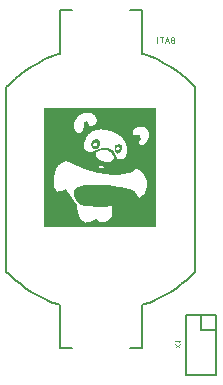
<source format=gbr>
%TF.GenerationSoftware,Altium Limited,Altium Designer,22.11.1 (43)*%
G04 Layer_Color=32896*
%FSLAX45Y45*%
%MOMM*%
%TF.SameCoordinates,68354FB4-E10A-4FE8-B7D5-3B9F33A940C7*%
%TF.FilePolarity,Positive*%
%TF.FileFunction,Legend,Bot*%
%TF.Part,Single*%
G01*
G75*
%TA.AperFunction,NonConductor*%
%ADD48C,0.20000*%
G36*
X1544444Y1300000D02*
X596296D01*
Y2300000D01*
X1544444D01*
Y1300000D01*
D02*
G37*
G36*
X1554514Y2901211D02*
X1554930Y2901142D01*
X1555554Y2900795D01*
X1555831Y2900587D01*
X1556039Y2900379D01*
X1556178Y2900310D01*
X1556247Y2900241D01*
X1566510Y2889909D01*
X1566787Y2889631D01*
X1566926Y2889354D01*
X1567203Y2888730D01*
X1567273Y2888314D01*
Y2888175D01*
Y2888106D01*
X1567134Y2887204D01*
X1566857Y2886580D01*
X1566441Y2886095D01*
X1565955Y2885817D01*
X1565470Y2885609D01*
X1565054Y2885540D01*
X1564776Y2885471D01*
X1564638D01*
X1564291Y2885540D01*
X1563944Y2885609D01*
X1563320Y2885887D01*
X1562974Y2886095D01*
X1562835Y2886233D01*
X1556733Y2892266D01*
Y2851285D01*
X1556594Y2850453D01*
X1556317Y2849829D01*
X1555901Y2849344D01*
X1555415Y2849066D01*
X1554930Y2848858D01*
X1554514Y2848789D01*
X1554236Y2848719D01*
X1554098D01*
X1553196Y2848858D01*
X1552572Y2849136D01*
X1552087Y2849552D01*
X1551809Y2850037D01*
X1551601Y2850453D01*
X1551532Y2850869D01*
X1551463Y2851146D01*
Y2851285D01*
Y2898646D01*
X1551601Y2899547D01*
X1551879Y2900171D01*
X1552295Y2900657D01*
X1552780Y2900934D01*
X1553266Y2901142D01*
X1553682Y2901211D01*
X1553959Y2901281D01*
X1554098D01*
X1554514Y2901211D01*
D02*
G37*
G36*
X1696804Y2901142D02*
X1697428Y2900865D01*
X1697913Y2900449D01*
X1698190Y2899963D01*
X1698398Y2899478D01*
X1698468Y2899062D01*
X1698537Y2898784D01*
Y2898646D01*
Y2851285D01*
X1698398Y2850453D01*
X1698121Y2849829D01*
X1697705Y2849344D01*
X1697220Y2849066D01*
X1696804Y2848858D01*
X1696388Y2848789D01*
X1696110Y2848719D01*
X1682796D01*
X1681618Y2848789D01*
X1680439Y2848927D01*
X1679329Y2849136D01*
X1678289Y2849413D01*
X1676417Y2850176D01*
X1675516Y2850592D01*
X1674753Y2851008D01*
X1674059Y2851424D01*
X1673435Y2851840D01*
X1672881Y2852256D01*
X1672465Y2852603D01*
X1672118Y2852880D01*
X1671840Y2853088D01*
X1671702Y2853227D01*
X1671632Y2853296D01*
X1670800Y2854197D01*
X1670107Y2855099D01*
X1669483Y2856070D01*
X1668928Y2856971D01*
X1668512Y2857942D01*
X1668096Y2858843D01*
X1667541Y2860646D01*
X1667403Y2861409D01*
X1667264Y2862172D01*
X1667125Y2862796D01*
X1667056Y2863351D01*
X1666987Y2863836D01*
Y2864183D01*
Y2864391D01*
Y2864460D01*
X1667056Y2866055D01*
X1667333Y2867580D01*
X1667680Y2869037D01*
X1668165Y2870354D01*
X1668720Y2871533D01*
X1669344Y2872642D01*
X1670038Y2873683D01*
X1670731Y2874515D01*
X1671494Y2875347D01*
X1672118Y2876040D01*
X1672811Y2876595D01*
X1673366Y2877080D01*
X1673851Y2877427D01*
X1674198Y2877704D01*
X1674475Y2877843D01*
X1674545Y2877912D01*
X1673643Y2878675D01*
X1672950Y2879438D01*
X1672256Y2880270D01*
X1671702Y2881172D01*
X1671216Y2882004D01*
X1670800Y2882836D01*
X1670523Y2883668D01*
X1670246Y2884500D01*
X1670038Y2885193D01*
X1669899Y2885887D01*
X1669760Y2886511D01*
X1669691Y2887066D01*
X1669622Y2887482D01*
Y2887828D01*
Y2888036D01*
Y2888106D01*
X1669691Y2889146D01*
X1669760Y2890117D01*
X1670246Y2891920D01*
X1670800Y2893514D01*
X1671494Y2894901D01*
X1671910Y2895456D01*
X1672256Y2895941D01*
X1672534Y2896427D01*
X1672811Y2896773D01*
X1673089Y2897051D01*
X1673297Y2897328D01*
X1673366Y2897398D01*
X1673435Y2897467D01*
X1674198Y2898160D01*
X1674961Y2898715D01*
X1675724Y2899270D01*
X1676486Y2899686D01*
X1678081Y2900379D01*
X1679537Y2900795D01*
X1680855Y2901073D01*
X1681410Y2901142D01*
X1681895Y2901211D01*
X1682242Y2901281D01*
X1695971D01*
X1696804Y2901142D01*
D02*
G37*
G36*
X1638834Y2901211D02*
X1639388Y2900934D01*
X1639804Y2900587D01*
X1640151Y2900241D01*
X1640429Y2899825D01*
X1640637Y2899478D01*
X1640706Y2899200D01*
X1640775Y2899131D01*
X1656447Y2852117D01*
X1656585Y2851562D01*
Y2851354D01*
Y2851285D01*
X1656447Y2850453D01*
X1656169Y2849829D01*
X1655753Y2849344D01*
X1655268Y2849066D01*
X1654782Y2848858D01*
X1654366Y2848789D01*
X1654089Y2848719D01*
X1653950D01*
X1653257Y2848789D01*
X1652771Y2848997D01*
X1652286Y2849274D01*
X1651939Y2849621D01*
X1651731Y2849898D01*
X1651593Y2850176D01*
X1651454Y2850384D01*
Y2850453D01*
X1647640Y2861825D01*
X1628710D01*
X1624896Y2850453D01*
X1624619Y2849898D01*
X1624272Y2849482D01*
X1623856Y2849136D01*
X1623440Y2848927D01*
X1623024Y2848789D01*
X1622677Y2848719D01*
X1622400D01*
X1621498Y2848858D01*
X1620874Y2849136D01*
X1620389Y2849552D01*
X1620111Y2850037D01*
X1619903Y2850453D01*
X1619834Y2850869D01*
X1619765Y2851146D01*
Y2851285D01*
Y2851632D01*
X1619834Y2851909D01*
X1619903Y2852048D01*
Y2852117D01*
X1635575Y2899200D01*
X1635852Y2899894D01*
X1636268Y2900379D01*
X1636684Y2900795D01*
X1637100Y2901003D01*
X1637516Y2901142D01*
X1637863Y2901281D01*
X1638140D01*
X1638834Y2901211D01*
D02*
G37*
G36*
X1607560Y2901142D02*
X1608184Y2900865D01*
X1608670Y2900449D01*
X1608947Y2899963D01*
X1609155Y2899478D01*
X1609225Y2899062D01*
X1609294Y2898784D01*
Y2898646D01*
X1609155Y2897744D01*
X1608878Y2897120D01*
X1608462Y2896635D01*
X1607976Y2896357D01*
X1607491Y2896149D01*
X1607075Y2896080D01*
X1606798Y2896011D01*
X1596119D01*
Y2851285D01*
X1595980Y2850453D01*
X1595703Y2849829D01*
X1595287Y2849344D01*
X1594801Y2849066D01*
X1594316Y2848858D01*
X1593900Y2848789D01*
X1593623Y2848719D01*
X1593484D01*
X1592583Y2848858D01*
X1591958Y2849136D01*
X1591473Y2849552D01*
X1591196Y2850037D01*
X1590988Y2850453D01*
X1590918Y2850869D01*
X1590849Y2851146D01*
Y2851285D01*
Y2896011D01*
X1580378D01*
X1579477Y2896149D01*
X1578853Y2896427D01*
X1578367Y2896843D01*
X1578090Y2897328D01*
X1577882Y2897814D01*
X1577813Y2898230D01*
X1577743Y2898507D01*
Y2898646D01*
X1577882Y2899547D01*
X1578159Y2900171D01*
X1578575Y2900657D01*
X1579061Y2900934D01*
X1579546Y2901142D01*
X1579962Y2901211D01*
X1580240Y2901281D01*
X1606659D01*
X1607560Y2901142D01*
D02*
G37*
G36*
X1749547Y331412D02*
X1750171Y331134D01*
X1750657Y330718D01*
X1750934Y330233D01*
X1751142Y329748D01*
X1751211Y329332D01*
X1751281Y329054D01*
Y328916D01*
X1751211Y328499D01*
X1751142Y328083D01*
X1750795Y327459D01*
X1750587Y327182D01*
X1750379Y326974D01*
X1750310Y326835D01*
X1750241Y326766D01*
X1739909Y316503D01*
X1739631Y316226D01*
X1739354Y316087D01*
X1738730Y315810D01*
X1738314Y315741D01*
X1738175D01*
X1738106D01*
X1737204Y315879D01*
X1736580Y316157D01*
X1736095Y316573D01*
X1735817Y317058D01*
X1735609Y317543D01*
X1735540Y317959D01*
X1735471Y318237D01*
Y318376D01*
X1735540Y318722D01*
X1735609Y319069D01*
X1735887Y319693D01*
X1736095Y320040D01*
X1736234Y320178D01*
X1742266Y326281D01*
X1701285D01*
X1700453Y326419D01*
X1699829Y326697D01*
X1699344Y327113D01*
X1699066Y327598D01*
X1698858Y328083D01*
X1698789Y328499D01*
X1698719Y328777D01*
Y328916D01*
X1698858Y329817D01*
X1699136Y330441D01*
X1699552Y330926D01*
X1700037Y331204D01*
X1700453Y331412D01*
X1700869Y331481D01*
X1701146Y331551D01*
X1701285D01*
X1748646D01*
X1749547Y331412D01*
D02*
G37*
G36*
Y305131D02*
X1750171Y304854D01*
X1750657Y304438D01*
X1750934Y303952D01*
X1751142Y303467D01*
X1751211Y303051D01*
X1751281Y302774D01*
Y302635D01*
X1751211Y302150D01*
X1751073Y301664D01*
X1750726Y300971D01*
X1750449Y300763D01*
X1750310Y300555D01*
X1750171Y300485D01*
X1750102Y300416D01*
X1729715Y286894D01*
X1750102Y273303D01*
X1750518Y272957D01*
X1750795Y272610D01*
X1751003Y272263D01*
X1751142Y271916D01*
X1751211Y271570D01*
X1751281Y271292D01*
Y271084D01*
X1751142Y270183D01*
X1750865Y269559D01*
X1750449Y269073D01*
X1749963Y268796D01*
X1749478Y268588D01*
X1749062Y268519D01*
X1748784Y268449D01*
X1748646D01*
X1748091Y268519D01*
X1747606Y268727D01*
X1747259Y268865D01*
X1747120Y268935D01*
X1725000Y283705D01*
X1702811Y268935D01*
X1702256Y268657D01*
X1701771Y268519D01*
X1701424Y268449D01*
X1701354D01*
X1701285D01*
X1700453Y268588D01*
X1699829Y268865D01*
X1699344Y269281D01*
X1699066Y269767D01*
X1698858Y270252D01*
X1698789Y270668D01*
X1698719Y270946D01*
Y271084D01*
X1698789Y271570D01*
X1698928Y272055D01*
X1699274Y272749D01*
X1699482Y272957D01*
X1699690Y273165D01*
X1699760Y273303D01*
X1699829D01*
X1720216Y286894D01*
X1699829Y300416D01*
X1699482Y300763D01*
X1699205Y301109D01*
X1698997Y301456D01*
X1698858Y301803D01*
X1698789Y302150D01*
X1698719Y302427D01*
Y302635D01*
X1698858Y303536D01*
X1699136Y304160D01*
X1699552Y304646D01*
X1700037Y304923D01*
X1700453Y305131D01*
X1700869Y305201D01*
X1701146Y305270D01*
X1701285D01*
X1701909Y305201D01*
X1702395Y305062D01*
X1702672Y304923D01*
X1702811Y304854D01*
X1725000Y290084D01*
X1747120Y304854D01*
X1747675Y305131D01*
X1748160Y305201D01*
X1748507Y305270D01*
X1748576D01*
X1748646D01*
X1749547Y305131D01*
D02*
G37*
%LPC*%
G36*
X976543Y2265432D02*
X944444D01*
Y2262963D01*
X934568D01*
Y2260494D01*
X927160D01*
Y2258025D01*
X919753D01*
Y2255556D01*
X914815D01*
Y2253086D01*
X907407D01*
Y2250617D01*
X904938D01*
Y2248148D01*
X902469D01*
Y2245679D01*
X895062D01*
Y2243210D01*
X892593D01*
Y2240741D01*
X890123D01*
Y2238272D01*
X887654D01*
Y2235802D01*
X882716D01*
Y2233333D01*
X880247D01*
Y2228395D01*
X875309D01*
Y2223457D01*
X872840D01*
Y2220988D01*
X870370D01*
Y2216049D01*
X867901D01*
Y2213580D01*
X865432D01*
Y2211111D01*
X862963D01*
Y2203704D01*
X860494D01*
Y2201235D01*
X858025D01*
Y2193827D01*
X855556D01*
Y2188889D01*
X853086D01*
Y2183951D01*
X850617D01*
Y2171605D01*
X848148D01*
Y2161728D01*
X845679D01*
Y2144445D01*
X848148D01*
Y2137037D01*
X850617D01*
Y2124691D01*
X853086D01*
Y2122222D01*
X855556D01*
Y2117284D01*
X858025D01*
Y2112346D01*
X860494D01*
Y2109876D01*
X862963D01*
Y2104938D01*
X865432D01*
Y2102469D01*
X867901D01*
Y2100000D01*
X872840D01*
Y2097531D01*
X875309D01*
Y2095062D01*
X877778D01*
Y2092592D01*
X904938D01*
Y2095062D01*
X907407D01*
Y2097531D01*
X909877D01*
Y2100000D01*
X912346D01*
Y2102469D01*
X914815D01*
Y2104938D01*
X917284D01*
Y2109876D01*
X919753D01*
Y2114815D01*
X922222D01*
Y2127160D01*
X924691D01*
Y2134568D01*
X927160D01*
Y2161728D01*
X929630D01*
Y2169136D01*
X932099D01*
Y2174074D01*
X934568D01*
Y2181482D01*
X937037D01*
Y2183951D01*
X939506D01*
Y2186420D01*
X941975D01*
Y2188889D01*
X944444D01*
Y2191358D01*
X946914D01*
Y2193827D01*
X956790D01*
Y2188889D01*
X959259D01*
Y2186420D01*
X961728D01*
Y2181482D01*
X964197D01*
Y2171605D01*
X966667D01*
Y2169136D01*
X969136D01*
Y2164198D01*
X971605D01*
Y2159259D01*
X974074D01*
Y2156790D01*
X976543D01*
Y2154321D01*
X981481D01*
Y2151852D01*
X1006173D01*
Y2154321D01*
X1011111D01*
Y2156790D01*
X1016049D01*
Y2159259D01*
X1023457D01*
Y2161728D01*
X1025926D01*
Y2164198D01*
X1028395D01*
Y2166667D01*
X1030864D01*
Y2169136D01*
X1033333D01*
Y2174074D01*
X1035802D01*
Y2181482D01*
X1038271D01*
Y2183951D01*
X1040741D01*
Y2203704D01*
X1038271D01*
Y2211111D01*
X1035802D01*
Y2220988D01*
X1033333D01*
Y2223457D01*
X1030864D01*
Y2225926D01*
X1028395D01*
Y2233333D01*
X1025926D01*
Y2235802D01*
X1023457D01*
Y2238272D01*
X1020988D01*
Y2240741D01*
X1018518D01*
Y2243210D01*
X1016049D01*
Y2245679D01*
X1013580D01*
Y2248148D01*
X1011111D01*
Y2250617D01*
X1008642D01*
Y2253086D01*
X1003704D01*
Y2255556D01*
X998765D01*
Y2258025D01*
X993827D01*
Y2260494D01*
X988889D01*
Y2262963D01*
X976543D01*
Y2265432D01*
D02*
G37*
G36*
X1418518Y2146914D02*
X1406173D01*
Y2144445D01*
X1391358D01*
Y2141975D01*
X1383950D01*
Y2139506D01*
X1376543D01*
Y2137037D01*
X1374074D01*
Y2134568D01*
X1369136D01*
Y2132099D01*
X1366667D01*
Y2129629D01*
X1361728D01*
Y2127160D01*
X1359259D01*
Y2124691D01*
X1356790D01*
Y2122222D01*
X1354321D01*
Y2119753D01*
X1351852D01*
Y2117284D01*
X1349383D01*
Y2112346D01*
X1346913D01*
Y2109876D01*
X1344444D01*
Y2102469D01*
X1341975D01*
Y2090123D01*
X1344444D01*
Y2082716D01*
X1346913D01*
Y2080247D01*
X1349383D01*
Y2075309D01*
X1401234D01*
Y2070370D01*
X1403704D01*
Y2062963D01*
X1406173D01*
Y2060494D01*
X1408642D01*
Y2053086D01*
X1411111D01*
Y2048148D01*
X1413580D01*
Y2038272D01*
X1411111D01*
Y2035802D01*
X1408642D01*
Y2033333D01*
X1406173D01*
Y2030864D01*
X1403704D01*
Y2025926D01*
X1401234D01*
Y2023457D01*
X1398765D01*
Y2020988D01*
X1396296D01*
Y2016049D01*
X1393827D01*
Y2011111D01*
X1396296D01*
Y2006173D01*
X1398765D01*
Y2001235D01*
X1401234D01*
Y1998765D01*
X1403704D01*
Y1996296D01*
X1406173D01*
Y1993827D01*
X1408642D01*
Y1991358D01*
X1418518D01*
Y1988889D01*
X1428395D01*
Y1991358D01*
X1438272D01*
Y1993827D01*
X1440741D01*
Y1996296D01*
X1443210D01*
Y1998765D01*
X1448148D01*
Y2001235D01*
X1450617D01*
Y2003704D01*
X1453087D01*
Y2006173D01*
X1455556D01*
Y2011111D01*
X1458025D01*
Y2013580D01*
X1460494D01*
Y2018518D01*
X1462963D01*
Y2020988D01*
X1465432D01*
Y2025926D01*
X1467901D01*
Y2033333D01*
X1470370D01*
Y2035802D01*
X1472840D01*
Y2045679D01*
X1475309D01*
Y2053086D01*
X1477778D01*
Y2097531D01*
X1475309D01*
Y2104938D01*
X1472840D01*
Y2109876D01*
X1470370D01*
Y2114815D01*
X1467901D01*
Y2119753D01*
X1465432D01*
Y2122222D01*
X1462963D01*
Y2124691D01*
X1460494D01*
Y2127160D01*
X1458025D01*
Y2129629D01*
X1455556D01*
Y2132099D01*
X1453087D01*
Y2134568D01*
X1448148D01*
Y2137037D01*
X1445679D01*
Y2139506D01*
X1440741D01*
Y2141975D01*
X1433333D01*
Y2144445D01*
X1418518D01*
Y2146914D01*
D02*
G37*
G36*
X1085185Y2122222D02*
X1065432D01*
Y2119753D01*
X1050617D01*
Y2117284D01*
X1035802D01*
Y2114815D01*
X1023457D01*
Y2112346D01*
X1018518D01*
Y2109876D01*
X1008642D01*
Y2107407D01*
X1006173D01*
Y2104938D01*
X998765D01*
Y2102469D01*
X996296D01*
Y2100000D01*
X993827D01*
Y2097531D01*
X988889D01*
Y2095062D01*
X986420D01*
Y2092592D01*
X981481D01*
Y2087654D01*
X976543D01*
Y2085185D01*
X974074D01*
Y2082716D01*
X971605D01*
Y2080247D01*
X969136D01*
Y2075309D01*
X966667D01*
Y2072839D01*
X964197D01*
Y2070370D01*
X961728D01*
Y2065432D01*
X959259D01*
Y2062963D01*
X956790D01*
Y2058025D01*
X954321D01*
Y2055555D01*
X951852D01*
Y2050617D01*
X949383D01*
Y2045679D01*
X946914D01*
Y2038272D01*
X944444D01*
Y2035802D01*
X941975D01*
Y2030864D01*
X939506D01*
Y2018518D01*
X937037D01*
Y2013580D01*
X934568D01*
Y1988889D01*
X932099D01*
Y1986420D01*
X934568D01*
Y1956790D01*
X937037D01*
Y1954321D01*
X939506D01*
Y1949383D01*
X941975D01*
Y1946914D01*
X944444D01*
Y1944444D01*
X946914D01*
Y1941975D01*
X949383D01*
Y1939506D01*
X956790D01*
Y1937037D01*
X961728D01*
Y1934568D01*
X969136D01*
Y1932099D01*
X993827D01*
Y1934568D01*
X1003704D01*
Y1937037D01*
X1008642D01*
Y1939506D01*
X1020988D01*
Y1941975D01*
X1025926D01*
Y1944444D01*
X1033333D01*
Y1946914D01*
X1040741D01*
Y1949383D01*
X1045679D01*
Y1951852D01*
X1053086D01*
Y1954321D01*
X1058025D01*
Y1956790D01*
X1067901D01*
Y1959259D01*
X1072839D01*
Y1961728D01*
X1087654D01*
Y1964197D01*
X1095062D01*
Y1966667D01*
X1109877D01*
Y1969136D01*
X1112346D01*
Y1966667D01*
X1114815D01*
Y1969136D01*
X1117284D01*
Y1966667D01*
X1129630D01*
Y1964197D01*
X1137037D01*
Y1961728D01*
X1146914D01*
Y1959259D01*
X1151852D01*
Y1956790D01*
X1156790D01*
Y1954321D01*
X1159259D01*
Y1951852D01*
X1164198D01*
Y1949383D01*
X1166667D01*
Y1946914D01*
X1169136D01*
Y1944444D01*
X1174074D01*
Y1941975D01*
X1176543D01*
Y1939506D01*
X1179012D01*
Y1937037D01*
X1181482D01*
Y1934568D01*
X1183951D01*
Y1932099D01*
X1186420D01*
Y1929630D01*
X1188889D01*
Y1922222D01*
X1191358D01*
Y1919753D01*
X1193827D01*
Y1907407D01*
X1196296D01*
Y1902469D01*
X1198765D01*
Y1897531D01*
X1201235D01*
Y1892593D01*
X1203704D01*
Y1887654D01*
X1206173D01*
Y1885185D01*
X1208642D01*
Y1880247D01*
X1211111D01*
Y1877778D01*
X1213580D01*
Y1875309D01*
X1216049D01*
Y1872840D01*
X1220988D01*
Y1870370D01*
X1223457D01*
Y1867901D01*
X1258025D01*
Y1870370D01*
X1260494D01*
Y1872840D01*
X1265432D01*
Y1875309D01*
X1267901D01*
Y1877778D01*
X1270370D01*
Y1880247D01*
X1272839D01*
Y1882716D01*
X1275309D01*
Y1885185D01*
X1277778D01*
Y1887654D01*
X1280247D01*
Y1890123D01*
X1282716D01*
Y1895062D01*
X1285185D01*
Y1897531D01*
X1287654D01*
Y1902469D01*
X1290123D01*
Y1912346D01*
X1292593D01*
Y1914815D01*
X1295062D01*
Y1937037D01*
X1297531D01*
Y1954321D01*
X1295062D01*
Y1979012D01*
X1292593D01*
Y1983951D01*
X1290123D01*
Y1993827D01*
X1287654D01*
Y1998765D01*
X1285185D01*
Y2003704D01*
X1282716D01*
Y2011111D01*
X1280247D01*
Y2013580D01*
X1277778D01*
Y2020988D01*
X1275309D01*
Y2023457D01*
X1272839D01*
Y2028395D01*
X1270370D01*
Y2033333D01*
X1267901D01*
Y2035802D01*
X1265432D01*
Y2038272D01*
X1262963D01*
Y2040741D01*
X1260494D01*
Y2045679D01*
X1258025D01*
Y2048148D01*
X1255556D01*
Y2050617D01*
X1253086D01*
Y2053086D01*
X1250617D01*
Y2055555D01*
X1248148D01*
Y2058025D01*
X1243210D01*
Y2060494D01*
X1240741D01*
Y2062963D01*
X1238272D01*
Y2065432D01*
X1235802D01*
Y2067901D01*
X1233333D01*
Y2070370D01*
X1228395D01*
Y2072839D01*
X1223457D01*
Y2075309D01*
X1220988D01*
Y2077778D01*
X1216049D01*
Y2080247D01*
X1211111D01*
Y2082716D01*
X1208642D01*
Y2085185D01*
X1203704D01*
Y2087654D01*
X1198765D01*
Y2090123D01*
X1196296D01*
Y2092592D01*
X1186420D01*
Y2095062D01*
X1183951D01*
Y2097531D01*
X1179012D01*
Y2100000D01*
X1169136D01*
Y2102469D01*
X1166667D01*
Y2104938D01*
X1156790D01*
Y2107407D01*
X1149383D01*
Y2109876D01*
X1139506D01*
Y2112346D01*
X1132099D01*
Y2114815D01*
X1117284D01*
Y2117284D01*
X1100000D01*
Y2119753D01*
X1085185D01*
Y2122222D01*
D02*
G37*
G36*
X1112346Y1949383D02*
X1082716D01*
Y1946914D01*
X1072839D01*
Y1944444D01*
X1062963D01*
Y1941975D01*
X1058025D01*
Y1939506D01*
X1048148D01*
Y1937037D01*
X1045679D01*
Y1934568D01*
X1040741D01*
Y1929630D01*
X1038271D01*
Y1927160D01*
X1035802D01*
Y1892593D01*
X1038271D01*
Y1887654D01*
X1040741D01*
Y1882716D01*
X1043210D01*
Y1880247D01*
X1045679D01*
Y1877778D01*
X1048148D01*
Y1875309D01*
X1050617D01*
Y1872840D01*
X1053086D01*
Y1870370D01*
X1055555D01*
Y1867901D01*
X1060494D01*
Y1865432D01*
X1065432D01*
Y1862963D01*
X1070370D01*
Y1860494D01*
X1075308D01*
Y1858025D01*
X1082716D01*
Y1855556D01*
X1092592D01*
Y1853086D01*
X1100000D01*
Y1850617D01*
X1156790D01*
Y1853086D01*
X1159259D01*
Y1855556D01*
X1166667D01*
Y1858025D01*
X1171605D01*
Y1860494D01*
X1174074D01*
Y1862963D01*
X1176543D01*
Y1865432D01*
X1179012D01*
Y1870370D01*
X1181482D01*
Y1877778D01*
X1183951D01*
Y1885185D01*
X1181482D01*
Y1897531D01*
X1179012D01*
Y1902469D01*
X1176543D01*
Y1907407D01*
X1174074D01*
Y1909877D01*
X1171605D01*
Y1914815D01*
X1169136D01*
Y1917284D01*
X1166667D01*
Y1919753D01*
X1164198D01*
Y1922222D01*
X1161728D01*
Y1924691D01*
X1159259D01*
Y1927160D01*
X1156790D01*
Y1929630D01*
X1154321D01*
Y1932099D01*
X1149383D01*
Y1934568D01*
X1146914D01*
Y1937037D01*
X1141975D01*
Y1939506D01*
X1134568D01*
Y1941975D01*
X1132099D01*
Y1944444D01*
X1119753D01*
Y1946914D01*
X1112346D01*
Y1949383D01*
D02*
G37*
G36*
X1082716Y1813580D02*
X1067901D01*
Y1811111D01*
X1065432D01*
Y1808642D01*
X1060494D01*
Y1806173D01*
X1058025D01*
Y1801235D01*
X1060494D01*
Y1798765D01*
X1080247D01*
Y1796296D01*
X1100000D01*
Y1803704D01*
X1095062D01*
Y1806173D01*
X1092592D01*
Y1808642D01*
X1087654D01*
Y1811111D01*
X1082716D01*
Y1813580D01*
D02*
G37*
G36*
X786420Y1855556D02*
X779012D01*
Y1853086D01*
X774074D01*
Y1850617D01*
X766667D01*
Y1848148D01*
X764198D01*
Y1845679D01*
X759259D01*
Y1843210D01*
X754321D01*
Y1840741D01*
X749383D01*
Y1838272D01*
X744444D01*
Y1835803D01*
X739506D01*
Y1833333D01*
X734568D01*
Y1830864D01*
X732099D01*
Y1828395D01*
X727160D01*
Y1825926D01*
X724691D01*
Y1823457D01*
X722222D01*
Y1820988D01*
X717284D01*
Y1818519D01*
X714815D01*
Y1816049D01*
X712346D01*
Y1813580D01*
X709876D01*
Y1808642D01*
X707407D01*
Y1806173D01*
X704938D01*
Y1803704D01*
X702469D01*
Y1796296D01*
X700000D01*
Y1793827D01*
X697531D01*
Y1786420D01*
X695062D01*
Y1781481D01*
X692592D01*
Y1776543D01*
X690123D01*
Y1766667D01*
X687654D01*
Y1759259D01*
X685185D01*
Y1746913D01*
X682716D01*
Y1739506D01*
X680247D01*
Y1704938D01*
X677778D01*
Y1653086D01*
X680247D01*
Y1628395D01*
X682716D01*
Y1623457D01*
X685185D01*
Y1616049D01*
X687654D01*
Y1613580D01*
X690123D01*
Y1611111D01*
X692592D01*
Y1608642D01*
X695062D01*
Y1606173D01*
X697531D01*
Y1601235D01*
X702469D01*
Y1596296D01*
X704938D01*
Y1593827D01*
X709876D01*
Y1596296D01*
X712346D01*
Y1598765D01*
X714815D01*
Y1601235D01*
X722222D01*
Y1598765D01*
X729629D01*
Y1601235D01*
X746913D01*
Y1598765D01*
X749383D01*
Y1596296D01*
X756790D01*
Y1601235D01*
X754321D01*
Y1606173D01*
X756790D01*
Y1608642D01*
X761728D01*
Y1611111D01*
X769136D01*
Y1613580D01*
X779012D01*
Y1611111D01*
X781482D01*
Y1606173D01*
X783951D01*
Y1601235D01*
X786420D01*
Y1598765D01*
X788889D01*
Y1596296D01*
X791358D01*
Y1591358D01*
X793827D01*
Y1588889D01*
X796296D01*
Y1583951D01*
X798765D01*
Y1581481D01*
X801235D01*
Y1576543D01*
X803704D01*
Y1574074D01*
X806173D01*
Y1571605D01*
X808642D01*
Y1569136D01*
X811111D01*
Y1564198D01*
X813580D01*
Y1561728D01*
X816049D01*
Y1556790D01*
X818519D01*
Y1554321D01*
X820988D01*
Y1551852D01*
X823457D01*
Y1546914D01*
X825926D01*
Y1544444D01*
X828395D01*
Y1541975D01*
X830864D01*
Y1537037D01*
X833333D01*
Y1534568D01*
X835802D01*
Y1532099D01*
X838272D01*
Y1527161D01*
X840741D01*
Y1524691D01*
X843210D01*
Y1522222D01*
X845679D01*
Y1517284D01*
X848148D01*
Y1514815D01*
X850617D01*
Y1509877D01*
X853086D01*
Y1507407D01*
X855556D01*
Y1504938D01*
X858025D01*
Y1500000D01*
X860494D01*
Y1497531D01*
X862963D01*
Y1490124D01*
X865432D01*
Y1487654D01*
X867901D01*
Y1482716D01*
X870370D01*
Y1475309D01*
X872840D01*
Y1470370D01*
X875309D01*
Y1443210D01*
X877778D01*
Y1433333D01*
X880247D01*
Y1416049D01*
X882716D01*
Y1406173D01*
X885185D01*
Y1401234D01*
X887654D01*
Y1391358D01*
X890123D01*
Y1386420D01*
X892593D01*
Y1379012D01*
X895062D01*
Y1376543D01*
X897531D01*
Y1369136D01*
X900000D01*
Y1366667D01*
X902469D01*
Y1364197D01*
X904938D01*
Y1359259D01*
X907407D01*
Y1356790D01*
X909877D01*
Y1354321D01*
X912346D01*
Y1351852D01*
X917284D01*
Y1349383D01*
X919753D01*
Y1346913D01*
X924691D01*
Y1344444D01*
X927160D01*
Y1341975D01*
X932099D01*
Y1339506D01*
X934568D01*
Y1337037D01*
X937037D01*
Y1334568D01*
X939506D01*
Y1332099D01*
X941975D01*
Y1329630D01*
X946914D01*
Y1332099D01*
X949383D01*
Y1334568D01*
X959259D01*
Y1337037D01*
X983951D01*
Y1334568D01*
X991358D01*
Y1339506D01*
X993827D01*
Y1346913D01*
X998765D01*
Y1349383D01*
X1003704D01*
Y1351852D01*
X1008642D01*
Y1354321D01*
X1016049D01*
Y1356790D01*
X1018518D01*
Y1359259D01*
X1025926D01*
Y1361728D01*
X1030864D01*
Y1364197D01*
X1038271D01*
Y1361728D01*
X1040741D01*
Y1359259D01*
X1043210D01*
Y1356790D01*
X1045679D01*
Y1354321D01*
X1048148D01*
Y1351852D01*
X1050617D01*
Y1349383D01*
X1053086D01*
Y1346913D01*
X1055555D01*
Y1341975D01*
X1058025D01*
Y1337037D01*
X1097531D01*
Y1334568D01*
X1104938D01*
Y1332099D01*
X1107407D01*
Y1329630D01*
X1109877D01*
Y1332099D01*
X1112346D01*
Y1337037D01*
X1114815D01*
Y1339506D01*
X1117284D01*
Y1341975D01*
X1119753D01*
Y1344444D01*
X1124691D01*
Y1346913D01*
X1129630D01*
Y1349383D01*
X1132099D01*
Y1351852D01*
X1137037D01*
Y1354321D01*
X1141975D01*
Y1356790D01*
X1144444D01*
Y1359259D01*
X1146914D01*
Y1361728D01*
X1149383D01*
Y1364197D01*
X1151852D01*
Y1366667D01*
X1154321D01*
Y1369136D01*
X1156790D01*
Y1371605D01*
X1159259D01*
Y1376543D01*
X1161728D01*
Y1379012D01*
X1164198D01*
Y1388889D01*
X1166667D01*
Y1393827D01*
X1169136D01*
Y1401234D01*
X1171605D01*
Y1467901D01*
X1169136D01*
Y1470370D01*
X1137037D01*
Y1467901D01*
X1117284D01*
Y1465432D01*
X1020988D01*
Y1467901D01*
X1006173D01*
Y1470370D01*
X974074D01*
Y1472840D01*
X959259D01*
Y1475309D01*
X951852D01*
Y1477778D01*
X924691D01*
Y1480247D01*
X917284D01*
Y1482716D01*
X904938D01*
Y1485185D01*
X897531D01*
Y1487654D01*
X895062D01*
Y1490124D01*
X890123D01*
Y1492593D01*
X887654D01*
Y1495062D01*
X885185D01*
Y1497531D01*
X882716D01*
Y1500000D01*
X880247D01*
Y1502469D01*
X877778D01*
Y1504938D01*
X875309D01*
Y1509877D01*
X872840D01*
Y1512346D01*
X870370D01*
Y1514815D01*
X867901D01*
Y1519753D01*
X865432D01*
Y1522222D01*
X862963D01*
Y1529630D01*
X860494D01*
Y1532099D01*
X858025D01*
Y1537037D01*
X855556D01*
Y1544444D01*
X853086D01*
Y1549383D01*
X850617D01*
Y1559259D01*
X848148D01*
Y1564198D01*
X845679D01*
Y1593827D01*
X848148D01*
Y1598765D01*
X850617D01*
Y1606173D01*
X853086D01*
Y1608642D01*
X855556D01*
Y1613580D01*
X858025D01*
Y1616049D01*
X860494D01*
Y1618518D01*
X862963D01*
Y1620988D01*
X865432D01*
Y1623457D01*
X867901D01*
Y1625926D01*
X872840D01*
Y1628395D01*
X875309D01*
Y1630864D01*
X880247D01*
Y1633333D01*
X885185D01*
Y1635802D01*
X887654D01*
Y1638272D01*
X897531D01*
Y1640741D01*
X902469D01*
Y1643210D01*
X912346D01*
Y1645679D01*
X919753D01*
Y1648148D01*
X934568D01*
Y1650617D01*
X944444D01*
Y1653086D01*
X961728D01*
Y1655555D01*
X1097531D01*
Y1653086D01*
X1117284D01*
Y1650617D01*
X1139506D01*
Y1648148D01*
X1161728D01*
Y1645679D01*
X1176543D01*
Y1643210D01*
X1198765D01*
Y1640741D01*
X1206173D01*
Y1638272D01*
X1228395D01*
Y1635802D01*
X1238272D01*
Y1633333D01*
X1245679D01*
Y1630864D01*
X1265432D01*
Y1628395D01*
X1270370D01*
Y1625926D01*
X1287654D01*
Y1623457D01*
X1295062D01*
Y1620988D01*
X1302469D01*
Y1618518D01*
X1314815D01*
Y1616049D01*
X1322222D01*
Y1613580D01*
X1332099D01*
Y1611111D01*
X1337037D01*
Y1608642D01*
X1346913D01*
Y1606173D01*
X1349383D01*
Y1603704D01*
X1354321D01*
Y1601235D01*
X1359259D01*
Y1596296D01*
X1361728D01*
Y1591358D01*
X1364197D01*
Y1588889D01*
X1366667D01*
Y1581481D01*
X1369136D01*
Y1579012D01*
X1371605D01*
Y1576543D01*
X1374074D01*
Y1571605D01*
X1376543D01*
Y1569136D01*
X1379012D01*
Y1566667D01*
X1381481D01*
Y1564198D01*
X1383950D01*
Y1561728D01*
X1386420D01*
Y1559259D01*
X1388889D01*
Y1556790D01*
X1391358D01*
Y1549383D01*
X1393827D01*
Y1546914D01*
X1396296D01*
Y1539506D01*
X1401234D01*
Y1544444D01*
X1403704D01*
Y1549383D01*
X1406173D01*
Y1551852D01*
X1411111D01*
Y1554321D01*
X1418518D01*
Y1551852D01*
X1420988D01*
Y1549383D01*
X1425926D01*
Y1564198D01*
X1428395D01*
Y1566667D01*
X1435803D01*
Y1564198D01*
X1438272D01*
Y1561728D01*
X1443210D01*
Y1576543D01*
X1445679D01*
Y1586420D01*
X1448148D01*
Y1596296D01*
X1450617D01*
Y1603704D01*
X1453087D01*
Y1606173D01*
X1455556D01*
Y1618518D01*
X1458025D01*
Y1623457D01*
X1460494D01*
Y1638272D01*
X1462963D01*
Y1672839D01*
X1460494D01*
Y1690123D01*
X1458025D01*
Y1692592D01*
X1455556D01*
Y1707407D01*
X1453087D01*
Y1709876D01*
X1450617D01*
Y1717284D01*
X1448148D01*
Y1724691D01*
X1445679D01*
Y1727160D01*
X1443210D01*
Y1732099D01*
X1440741D01*
Y1737037D01*
X1438272D01*
Y1741975D01*
X1435803D01*
Y1744444D01*
X1433333D01*
Y1746913D01*
X1430864D01*
Y1751852D01*
X1428395D01*
Y1754321D01*
X1425926D01*
Y1756790D01*
X1423457D01*
Y1759259D01*
X1420988D01*
Y1761728D01*
X1418518D01*
Y1764197D01*
X1416049D01*
Y1766667D01*
X1413580D01*
Y1769136D01*
X1411111D01*
Y1771605D01*
X1406173D01*
Y1774074D01*
X1403704D01*
Y1776543D01*
X1401234D01*
Y1779012D01*
X1396296D01*
Y1781481D01*
X1391358D01*
Y1783950D01*
X1386420D01*
Y1786420D01*
X1381481D01*
Y1788889D01*
X1376543D01*
Y1791358D01*
X1369136D01*
Y1788889D01*
X1366667D01*
Y1786420D01*
X1364197D01*
Y1783950D01*
X1361728D01*
Y1781481D01*
X1359259D01*
Y1776543D01*
X1356790D01*
Y1774074D01*
X1354321D01*
Y1771605D01*
X1351852D01*
Y1769136D01*
X1349383D01*
Y1766667D01*
X1346913D01*
Y1764197D01*
X1341975D01*
Y1761728D01*
X1334568D01*
Y1759259D01*
X1332099D01*
Y1756790D01*
X1319753D01*
Y1754321D01*
X1312346D01*
Y1751852D01*
X1307407D01*
Y1749383D01*
X1290123D01*
Y1746913D01*
X1282716D01*
Y1744444D01*
X1265432D01*
Y1741975D01*
X1240741D01*
Y1739506D01*
X1144444D01*
Y1741975D01*
X1117284D01*
Y1744444D01*
X1095062D01*
Y1746913D01*
X1087654D01*
Y1749383D01*
X1065432D01*
Y1751852D01*
X1058025D01*
Y1754321D01*
X1045679D01*
Y1756790D01*
X1033333D01*
Y1759259D01*
X1028395D01*
Y1761728D01*
X1011111D01*
Y1764197D01*
X1006173D01*
Y1766667D01*
X996296D01*
Y1769136D01*
X988889D01*
Y1771605D01*
X981481D01*
Y1774074D01*
X971605D01*
Y1776543D01*
X966667D01*
Y1779012D01*
X954321D01*
Y1781481D01*
X951852D01*
Y1783950D01*
X944444D01*
Y1786420D01*
X937037D01*
Y1788889D01*
X932099D01*
Y1791358D01*
X922222D01*
Y1793827D01*
X917284D01*
Y1796296D01*
X909877D01*
Y1798765D01*
X904938D01*
Y1801235D01*
X897531D01*
Y1803704D01*
X892593D01*
Y1806173D01*
X887654D01*
Y1808642D01*
X880247D01*
Y1811111D01*
X877778D01*
Y1813580D01*
X867901D01*
Y1816049D01*
X862963D01*
Y1818519D01*
X860494D01*
Y1820988D01*
X853086D01*
Y1823457D01*
X848148D01*
Y1825926D01*
X840741D01*
Y1828395D01*
X835802D01*
Y1830864D01*
X830864D01*
Y1833333D01*
X825926D01*
Y1835803D01*
X820988D01*
Y1838272D01*
X816049D01*
Y1840741D01*
X811111D01*
Y1843210D01*
X803704D01*
Y1845679D01*
X798765D01*
Y1848148D01*
X796296D01*
Y1850617D01*
X788889D01*
Y1853086D01*
X786420D01*
Y1855556D01*
D02*
G37*
%LPD*%
G36*
X1045679Y2035802D02*
X1050617D01*
Y2033333D01*
X1058025D01*
Y2028395D01*
X1060494D01*
Y2025926D01*
X1062963D01*
Y2023457D01*
X1065432D01*
Y2020988D01*
Y2018518D01*
Y1988889D01*
X1062963D01*
Y1981481D01*
X1060494D01*
Y1979012D01*
X1058025D01*
Y1971605D01*
X1055555D01*
Y1969136D01*
X1053086D01*
Y1966667D01*
X1050617D01*
Y1964197D01*
X1048148D01*
Y1961728D01*
X1045679D01*
Y1959259D01*
X1043210D01*
Y1956790D01*
X1035802D01*
Y1954321D01*
X1018518D01*
Y1956790D01*
X1011111D01*
Y1959259D01*
X1008642D01*
Y1961728D01*
X1006173D01*
Y1964197D01*
X1003704D01*
Y1966667D01*
X1001234D01*
Y1969136D01*
X998765D01*
Y1976543D01*
X996296D01*
Y1979012D01*
X993827D01*
Y2008642D01*
X996296D01*
Y2013580D01*
X998765D01*
Y2020988D01*
X1001234D01*
Y2023457D01*
X1003704D01*
Y2025926D01*
X1006173D01*
Y2028395D01*
X1011111D01*
Y2033333D01*
X1018518D01*
Y2035802D01*
X1023457D01*
Y2038272D01*
X1045679D01*
Y2035802D01*
D02*
G37*
G36*
X1233333Y1993827D02*
X1238272D01*
Y1991358D01*
X1243210D01*
Y1988889D01*
X1248148D01*
Y1986420D01*
X1250617D01*
Y1983951D01*
X1253086D01*
Y1979012D01*
X1255556D01*
Y1959259D01*
X1253086D01*
Y1946914D01*
X1250617D01*
Y1944444D01*
X1248148D01*
Y1937037D01*
X1245679D01*
Y1934568D01*
X1243210D01*
Y1932099D01*
X1240741D01*
Y1929630D01*
X1238272D01*
Y1927160D01*
X1235802D01*
Y1924691D01*
X1230864D01*
Y1922222D01*
X1225926D01*
Y1919753D01*
X1218519D01*
Y1917284D01*
X1213580D01*
Y1919753D01*
X1206173D01*
Y1922222D01*
X1201235D01*
Y1924691D01*
X1198765D01*
Y1927160D01*
X1196296D01*
Y1932099D01*
X1193827D01*
Y1944444D01*
X1191358D01*
Y1964197D01*
X1193827D01*
Y1983951D01*
X1196296D01*
Y1988889D01*
X1201235D01*
Y1991358D01*
X1208642D01*
Y1993827D01*
X1216049D01*
Y1996296D01*
X1233333D01*
Y1993827D01*
D02*
G37*
%LPC*%
G36*
X1030864Y2008642D02*
X1023457D01*
Y2006173D01*
X1018518D01*
Y2003704D01*
X1013580D01*
Y1998765D01*
X1011111D01*
Y1983951D01*
X1013580D01*
Y1981481D01*
X1018518D01*
Y1979012D01*
X1033333D01*
Y1981481D01*
X1035802D01*
Y1983951D01*
X1038271D01*
Y1986420D01*
X1040741D01*
Y2001235D01*
X1038271D01*
Y2003704D01*
X1033333D01*
Y2006173D01*
X1030864D01*
Y2008642D01*
D02*
G37*
G36*
X1220988Y1974074D02*
X1213580D01*
Y1971605D01*
X1211111D01*
Y1969136D01*
X1206173D01*
Y1966667D01*
X1203704D01*
Y1964197D01*
X1201235D01*
Y1954321D01*
X1203704D01*
Y1951852D01*
X1206173D01*
Y1949383D01*
X1208642D01*
Y1946914D01*
X1211111D01*
Y1944444D01*
X1223457D01*
Y1946914D01*
X1228395D01*
Y1949383D01*
X1230864D01*
Y1954321D01*
X1233333D01*
Y1961728D01*
X1230864D01*
Y1966667D01*
X1228395D01*
Y1969136D01*
X1223457D01*
Y1971605D01*
X1220988D01*
Y1974074D01*
D02*
G37*
G36*
X1693267Y2896011D02*
X1682796D01*
X1681618Y2895941D01*
X1680578Y2895664D01*
X1679607Y2895248D01*
X1678775Y2894832D01*
X1678151Y2894416D01*
X1677665Y2894000D01*
X1677318Y2893722D01*
X1677249Y2893653D01*
X1676486Y2892752D01*
X1675862Y2891850D01*
X1675446Y2890879D01*
X1675169Y2890047D01*
X1675030Y2889285D01*
X1674891Y2888660D01*
Y2888244D01*
Y2888175D01*
Y2888106D01*
X1674961Y2886927D01*
X1675238Y2885887D01*
X1675654Y2884916D01*
X1676070Y2884084D01*
X1676486Y2883460D01*
X1676902Y2882974D01*
X1677180Y2882697D01*
X1677249Y2882558D01*
X1678151Y2881796D01*
X1679052Y2881241D01*
X1680023Y2880825D01*
X1680855Y2880547D01*
X1681618Y2880409D01*
X1682242Y2880339D01*
X1682658Y2880270D01*
X1693267D01*
Y2896011D01*
D02*
G37*
G36*
Y2875000D02*
X1681964D01*
X1681202Y2874861D01*
X1679745Y2874515D01*
X1678497Y2874029D01*
X1677388Y2873475D01*
X1676486Y2872920D01*
X1675862Y2872434D01*
X1675446Y2872088D01*
X1675308Y2872018D01*
Y2871949D01*
X1674753Y2871394D01*
X1674267Y2870770D01*
X1673574Y2869522D01*
X1673019Y2868274D01*
X1672603Y2867095D01*
X1672395Y2866055D01*
X1672326Y2865570D01*
Y2865223D01*
X1672256Y2864876D01*
Y2864668D01*
Y2864529D01*
Y2864460D01*
Y2863628D01*
X1672395Y2862865D01*
X1672742Y2861409D01*
X1673227Y2860161D01*
X1673782Y2859051D01*
X1674337Y2858150D01*
X1674822Y2857526D01*
X1675169Y2857110D01*
X1675238Y2857041D01*
X1675308Y2856971D01*
X1675862Y2856416D01*
X1676486Y2856000D01*
X1677735Y2855238D01*
X1678983Y2854752D01*
X1680161Y2854336D01*
X1681202Y2854128D01*
X1681687Y2854059D01*
X1682034D01*
X1682380Y2853989D01*
X1693267D01*
Y2875000D01*
D02*
G37*
G36*
X1638140Y2890255D02*
X1630443Y2867095D01*
X1645907D01*
X1638140Y2890255D01*
D02*
G37*
%LPD*%
D48*
X1317000Y270000D02*
X1425000D01*
Y635500D01*
X725000Y270000D02*
X833000D01*
X725000D02*
Y635500D01*
Y3130000D02*
X833000D01*
X725000Y2764500D02*
Y3130000D01*
X1317000D02*
X1425000D01*
Y2764500D02*
Y3130000D01*
X1875000Y916500D02*
Y2483500D01*
X275000Y916500D02*
Y2483500D01*
X1425000Y635500D02*
X1443112Y641910D01*
X1477435Y654210D01*
X1503654Y664990D01*
X1528807Y675760D01*
X1568713Y694170D01*
X1603181Y712018D01*
X1634381Y729952D01*
X1664166Y747609D01*
X1718622Y783165D01*
X1755887Y810293D01*
X1802740Y848418D01*
X1857036Y897782D01*
X1875000Y916160D01*
X706888Y2758090D02*
X725000Y2764500D01*
X672565Y2745790D02*
X706888Y2758090D01*
X646346Y2735010D02*
X672565Y2745790D01*
X621193Y2724240D02*
X646346Y2735010D01*
X581287Y2705830D02*
X621193Y2724240D01*
X546819Y2687982D02*
X581287Y2705830D01*
X515619Y2670048D02*
X546819Y2687982D01*
X485834Y2652391D02*
X515619Y2670048D01*
X431378Y2616835D02*
X485834Y2652391D01*
X394113Y2589707D02*
X431378Y2616835D01*
X347260Y2551582D02*
X394113Y2589707D01*
X292964Y2502218D02*
X347260Y2551582D01*
X275000Y2483840D02*
X292964Y2502218D01*
X1425000Y2764500D02*
X1443112Y2758090D01*
X1477435Y2745790D01*
X1503654Y2735010D01*
X1528807Y2724240D01*
X1568713Y2705830D01*
X1603181Y2687982D01*
X1634381Y2670048D01*
X1664166Y2652391D01*
X1718622Y2616835D01*
X1755887Y2589707D01*
X1802740Y2551582D01*
X1857036Y2502218D01*
X1875000Y2483840D01*
X706888Y641910D02*
X725000Y635500D01*
X672565Y654210D02*
X706888Y641910D01*
X646346Y664990D02*
X672565Y654210D01*
X621193Y675760D02*
X646346Y664990D01*
X581287Y694170D02*
X621193Y675760D01*
X546819Y712018D02*
X581287Y694170D01*
X515619Y729952D02*
X546819Y712018D01*
X485834Y747609D02*
X515619Y729952D01*
X431378Y783165D02*
X485834Y747609D01*
X394113Y810293D02*
X431378Y783165D01*
X347260Y848418D02*
X394113Y810293D01*
X292964Y897782D02*
X347260Y848418D01*
X275000Y916160D02*
X292964Y897782D01*
X1798000Y554000D02*
X2052000D01*
X1798000Y46000D02*
Y554000D01*
Y46000D02*
X2052000D01*
Y554000D01*
X1925000Y427000D02*
Y554000D01*
Y427000D02*
X2052000Y427000D01*
%TF.MD5,b78f447cd1ead594553c38fb77076d6c*%
M02*

</source>
